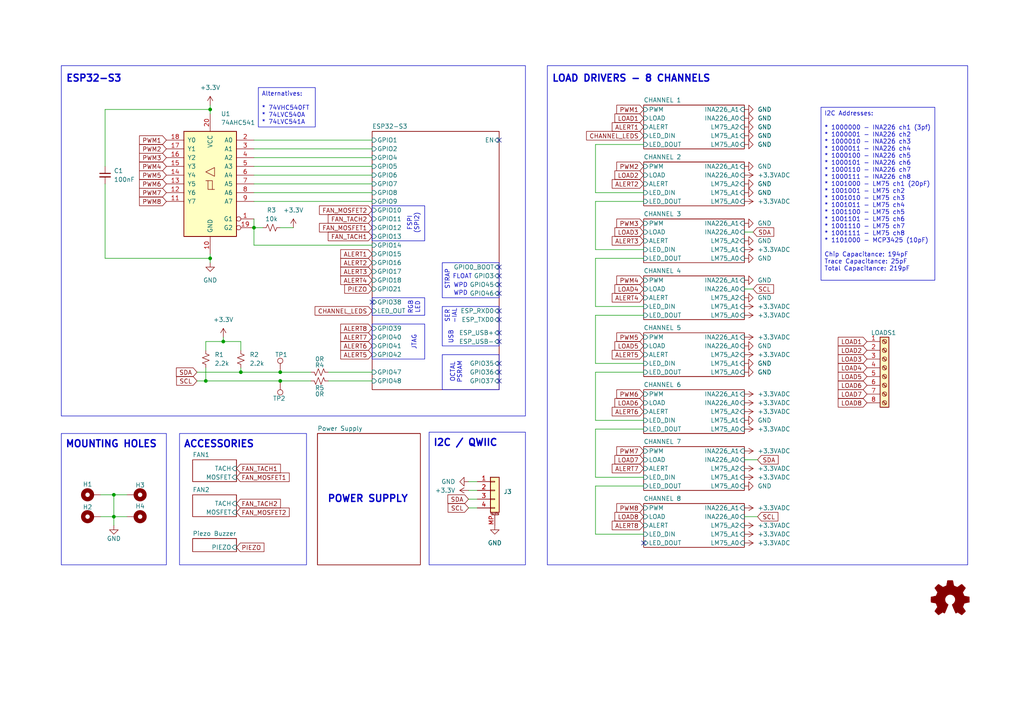
<source format=kicad_sch>
(kicad_sch (version 20250114) (generator "eeschema") (generator_version "9.0")
  (paper "A4")
  (title_block (title "FrothFET 8CH") (date "2024-08-21") (rev "F") (company "https://github.com/hoeken/frothfet"))
  (lib_symbols
    (symbol "74xx:74AHC541" (pin_names (offset 1.016))
      (property "Reference" "U" (at -7.62 16.51 0))
      (property "Value" "74AHC541" (at -7.62 -16.51 0))
      (symbol "74AHC541_1_0"
        (pin input line (at -12.7 12.7 0) (length 5.08) (name "A0") (number "2"))
        (pin input line (at -12.7 10.16 0) (length 5.08) (name "A1") (number "3"))
        (pin input line (at -12.7 7.62 0) (length 5.08) (name "A2") (number "4"))
        (pin input line (at -12.7 5.08 0) (length 5.08) (name "A3") (number "5"))
        (pin input line (at -12.7 2.54 0) (length 5.08) (name "A4") (number "6"))
        (pin input line (at -12.7 0 0) (length 5.08) (name "A5") (number "7"))
        (pin input line (at -12.7 -2.54 0) (length 5.08) (name "A6") (number "8"))
        (pin input line (at -12.7 -5.08 0) (length 5.08) (name "A7") (number "9"))
        (pin input inverted (at -12.7 -10.16 0) (length 5.08) (name "G1") (number "1"))
        (pin input inverted (at -12.7 -12.7 0) (length 5.08) (name "G2") (number "19"))
        (pin power_in line (at 0 20.32 270) (length 5.08) (name "VCC") (number "20"))
        (pin power_in line (at 0 -20.32 90) (length 5.08) (name "GND") (number "10"))
        (pin tri_state line (at 12.7 12.7 180) (length 5.08) (name "Y0") (number "18"))
        (pin tri_state line (at 12.7 10.16 180) (length 5.08) (name "Y1") (number "17"))
        (pin tri_state line (at 12.7 7.62 180) (length 5.08) (name "Y2") (number "16"))
        (pin tri_state line (at 12.7 5.08 180) (length 5.08) (name "Y3") (number "15"))
        (pin tri_state line (at 12.7 2.54 180) (length 5.08) (name "Y4") (number "14"))
        (pin tri_state line (at 12.7 0 180) (length 5.08) (name "Y5") (number "13"))
        (pin tri_state line (at 12.7 -2.54 180) (length 5.08) (name "Y6") (number "12"))
        (pin tri_state line (at 12.7 -5.08 180) (length 5.08) (name "Y7") (number "11"))
      )
    )
    (symbol "Connector:Screw_Terminal_01x08" (pin_names (offset 1.016) (hide yes))
      (property "Reference" "J" (at 0 10.16 0))
      (property "Value" "Screw_Terminal_01x08" (at 0 -12.7 0))
      (symbol "Screw_Terminal_01x08_1_1"
        (pin passive line (at -5.08 7.62 0) (length 3.81) (name "Pin_1") (number "1"))
        (pin passive line (at -5.08 5.08 0) (length 3.81) (name "Pin_2") (number "2"))
        (pin passive line (at -5.08 2.54 0) (length 3.81) (name "Pin_3") (number "3"))
        (pin passive line (at -5.08 0 0) (length 3.81) (name "Pin_4") (number "4"))
        (pin passive line (at -5.08 -2.54 0) (length 3.81) (name "Pin_5") (number "5"))
        (pin passive line (at -5.08 -5.08 0) (length 3.81) (name "Pin_6") (number "6"))
        (pin passive line (at -5.08 -7.62 0) (length 3.81) (name "Pin_7") (number "7"))
        (pin passive line (at -5.08 -10.16 0) (length 3.81) (name "Pin_8") (number "8"))
      )
    )
    (symbol "Connector:TestPoint" (pin_numbers (hide yes)) (pin_names (offset 0.762) (hide yes))
      (property "Reference" "TP" (at 0 6.858 0))
      (property "Value" "TestPoint" (at 0 5.08 0))
      (symbol "TestPoint_1_1"
        (pin passive line (at 0 0 90) (length 2.54) (name "1") (number "1"))
      )
    )
    (symbol "Connector_Generic_MountingPin:Conn_01x04_MountingPin" (pin_names (offset 1.016) (hide yes))
      (property "Reference" "J" (at 0 5.08 0))
      (property "Value" "Conn_01x04_MountingPin" (at 1.27 -7.62 0))
      (symbol "Conn_01x04_MountingPin_1_1"
        (text "Mounting" (at 0 -6.731 0) (effects (font (size 0.381 0.381))))
        (pin passive line (at -5.08 2.54 0) (length 3.81) (name "Pin_1") (number "1"))
        (pin passive line (at -5.08 0 0) (length 3.81) (name "Pin_2") (number "2"))
        (pin passive line (at -5.08 -2.54 0) (length 3.81) (name "Pin_3") (number "3"))
        (pin passive line (at -5.08 -5.08 0) (length 3.81) (name "Pin_4") (number "4"))
        (pin passive line (at 0 -10.16 90) (length 3.048) (name "MountPin") (number "MP"))
      )
    )
    (symbol "Device:C_Small" (pin_numbers (hide yes)) (pin_names (offset 0.254) (hide yes))
      (property "Reference" "C" (at 0.254 1.778 0))
      (property "Value" "C_Small" (at 0.254 -2.032 0))
      (symbol "C_Small_1_1"
        (pin passive line (at 0 2.54 270) (length 2.032) (name "~") (number "1"))
        (pin passive line (at 0 -2.54 90) (length 2.032) (name "~") (number "2"))
      )
    )
    (symbol "Device:R_Small_US" (pin_numbers (hide yes)) (pin_names (offset 0.254) (hide yes))
      (property "Reference" "R" (at 0.762 0.508 0))
      (property "Value" "R_Small_US" (at 0.762 -1.016 0))
      (symbol "R_Small_US_1_1"
        (pin passive line (at 0 2.54 270) (length 1.016) (name "~") (number "1"))
        (pin passive line (at 0 -2.54 90) (length 1.016) (name "~") (number "2"))
      )
    )
    (symbol "Graphic:Logo_Open_Hardware_Small" (in_bom no) (on_board no))
    (symbol "Mechanical:MountingHole_Pad" (pin_numbers (hide yes)) (pin_names (offset 1.016) (hide yes))
      (property "Reference" "H" (at 0 6.35 0))
      (property "Value" "MountingHole_Pad" (at 0 4.445 0))
      (symbol "MountingHole_Pad_1_1"
        (pin input line (at 0 -2.54 90) (length 2.54) (name "1") (number "1"))
      )
    )
    (symbol "power:+3.3V" (power) (pin_numbers (hide yes)) (pin_names (offset 0) (hide yes))
      (property "Value" "+3.3V" (at 0 3.556 0))
      (symbol "+3.3V_1_1"
        (pin power_in line (at 0 0 90) (length 0) (name "~") (number "1"))
      )
    )
    (symbol "power:+3.3VADC" (power) (pin_numbers (hide yes)) (pin_names (offset 0) (hide yes))
      (property "Value" "+3.3VADC" (at 0 3.556 0))
      (symbol "+3.3VADC_0_0"
        (pin power_in line (at 0 0 90) (length 0) (name "~") (number "1"))
      )
    )
    (symbol "power:GND" (power) (pin_numbers (hide yes)) (pin_names (offset 0) (hide yes))
      (property "Value" "GND" (at 0 -3.81 0))
      (symbol "GND_1_1"
        (pin power_in line (at 0 0 270) (length 0) (name "~") (number "1"))
      )
    )
  )
  (rectangle (start 128.27 76.2) (end 144.78 86.36))
  (rectangle (start 107.95 93.98) (end 123.19 104.14))
  (rectangle (start 128.27 102.87) (end 144.78 113.03))
  (rectangle (start 52.07 125.73) (end 88.9 163.83))
  (rectangle (start 128.27 88.9) (end 144.78 100.33))
  (rectangle (start 158.75 19.05) (end 280.67 163.83))
  (rectangle (start 17.78 19.05) (end 152.4 120.65))
  (rectangle (start 124.46 125.349) (end 152.4 163.83))
  (rectangle (start 17.78 125.73) (end 48.26 163.83))
  (rectangle (start 107.95 86.36) (end 123.19 91.44))
  (rectangle (start 107.95 59.69) (end 123.19 69.85))
  (text "STRAP" (at 129.794 81.026 90) (effects (font (size 1.27 1.27))))
  (text "LOAD DRIVERS - 8 CHANNELS" (at 160.02 22.86 0) (effects (font (size 2 2) (thickness 0.4) (bold yes)) (justify left)))
  (text "POWER SUPPLY" (at 106.68 144.78 0) (effects (font (size 2 2) (thickness 0.4) (bold yes))))
  (text "USB" (at 130.81 97.79 90) (effects (font (size 1.27 1.27))))
  (text "OCTAL\nPSRAM" (at 132.334 107.95 90) (effects (font (size 1.27 1.27))))
  (text "FSPI\n(SPI2)" (at 119.888 64.77 90) (effects (font (size 1.27 1.27))))
  (text "WPD" (at 133.604 85.09 0) (effects (font (size 1.27 1.27))))
  (text "MOUNTING HOLES" (at 18.923 128.905 0) (effects (font (size 2 2) (thickness 0.4) (bold yes)) (justify left)))
  (text "WPD" (at 133.604 82.804 0) (effects (font (size 1.27 1.27))))
  (text "ACCESSORIES" (at 53.213 128.905 0) (effects (font (size 2 2) (thickness 0.4) (bold yes)) (justify left)))
  (text "RGB\nLED" (at 120.142 89.154 90) (effects (font (size 1.27 1.27))))
  (text "FLOAT" (at 134.112 80.264 0) (effects (font (size 1.27 1.27))))
  (text "JTAG" (at 120.142 99.314 90) (effects (font (size 1.27 1.27))))
  (text "SER\n-IAL" (at 130.81 91.694 90) (effects (font (size 1.27 1.27))))
  (text "ESP32-S3\n" (at 19.05 22.86 0) (effects (font (size 2 2) (thickness 0.4) (bold yes)) (justify left)))
  (text "I2C / QWIIC" (at 125.603 128.524 0) (effects (font (size 2 2) (thickness 0.4) (bold yes)) (justify left)))
  (text_box "Alternatives:\n\n* 74VHC540FT\n* 74LVC540A\n* 74LVC541A" (at 74.93 25.4 0) (size 16.51 11.43) (margins 0.9525 0.9525 0.9525 0.9525) (effects (font (size 1.27 1.27)) (justify left top)))
  (text_box "I2C Addresses:\n\n* 1000000 - INA226 ch1 (3pf)\n* 1000001 - INA226 ch2\n* 1000010 - INA226 ch3\n* 1000011 - INA226 ch4\n* 1000100 - INA226 ch5\n* 1000101 - INA226 ch6\n* 1000110 - INA226 ch7\n* 1000111 - INA226 ch8\n* 1001000 - LM75 ch1 (20pF)\n* 1001001 - LM75 ch2\n* 1001010 - LM75 ch3\n* 1001011 - LM75 ch4\n* 1001100 - LM75 ch5\n* 1001101 - LM75 ch6\n* 1001110 - LM75 ch7\n* 1001111 - LM75 ch8\n* 1101000 - MCP3425 (10pF)\n\nChip Capacitance: 194pF\nTrace Capacitance: 25pF\nTotal Capacitance: 219pF" (at 238.125 31.115 0) (size 33.02 50.165) (margins 0.9525 0.9525 0.9525 0.9525) (effects (font (size 1.27 1.27)) (justify left top)))
  (junction (at 60.96 74.93))
  (junction (at 33.02 149.86))
  (junction (at 64.77 99.06))
  (junction (at 73.66 66.04))
  (junction (at 33.02 143.51))
  (junction (at 69.85 107.95))
  (junction (at 81.28 107.95))
  (junction (at 60.96 31.75))
  (junction (at 59.69 110.49))
  (junction (at 81.28 110.49))
  (no_connect (at 144.78 96.52))
  (no_connect (at 107.95 87.63))
  (no_connect (at 144.78 110.49))
  (no_connect (at 144.78 77.47))
  (no_connect (at 144.78 105.41))
  (no_connect (at 144.78 99.06))
  (no_connect (at 144.78 40.64))
  (no_connect (at 144.78 82.55))
  (no_connect (at 144.78 85.09))
  (no_connect (at 144.78 92.71))
  (no_connect (at 144.78 90.17))
  (no_connect (at 144.78 80.01))
  (no_connect (at 186.69 157.48))
  (no_connect (at 144.78 107.95))
  (wire (pts (xy 30.48 31.75) (xy 30.48 48.26)))
  (wire (pts (xy 59.69 106.68) (xy 59.69 110.49)))
  (wire (pts (xy 186.69 107.95) (xy 172.72 107.95)))
  (wire (pts (xy 64.77 97.79) (xy 64.77 99.06)))
  (wire (pts (xy 172.72 72.39) (xy 186.69 72.39)))
  (wire (pts (xy 172.72 88.9) (xy 186.69 88.9)))
  (wire (pts (xy 172.72 58.42) (xy 172.72 72.39)))
  (wire (pts (xy 33.02 149.86) (xy 36.83 149.86)))
  (wire (pts (xy 81.28 66.04) (xy 85.09 66.04)))
  (wire (pts (xy 33.02 143.51) (xy 33.02 149.86)))
  (wire (pts (xy 64.77 99.06) (xy 69.85 99.06)))
  (wire (pts (xy 73.66 48.26) (xy 107.95 48.26)))
  (wire (pts (xy 186.69 91.44) (xy 172.72 91.44)))
  (wire (pts (xy 186.69 41.91) (xy 172.72 41.91)))
  (wire (pts (xy 73.66 53.34) (xy 107.95 53.34)))
  (wire (pts (xy 186.69 58.42) (xy 172.72 58.42)))
  (wire (pts (xy 172.72 121.92) (xy 186.69 121.92)))
  (wire (pts (xy 138.43 139.7) (xy 135.89 139.7)))
  (wire (pts (xy 107.95 71.12) (xy 73.66 71.12)))
  (wire (pts (xy 59.69 99.06) (xy 64.77 99.06)))
  (wire (pts (xy 73.66 66.04) (xy 76.2 66.04)))
  (wire (pts (xy 29.21 143.51) (xy 33.02 143.51)))
  (wire (pts (xy 60.96 31.75) (xy 30.48 31.75)))
  (wire (pts (xy 73.66 50.8) (xy 107.95 50.8)))
  (wire (pts (xy 172.72 154.94) (xy 186.69 154.94)))
  (wire (pts (xy 73.66 58.42) (xy 107.95 58.42)))
  (wire (pts (xy 95.25 107.95) (xy 107.95 107.95)))
  (wire (pts (xy 33.02 143.51) (xy 36.83 143.51)))
  (wire (pts (xy 73.66 45.72) (xy 107.95 45.72)))
  (wire (pts (xy 69.85 99.06) (xy 69.85 101.6)))
  (wire (pts (xy 186.69 74.93) (xy 172.72 74.93)))
  (wire (pts (xy 172.72 107.95) (xy 172.72 121.92)))
  (wire (pts (xy 135.89 144.78) (xy 138.43 144.78)))
  (wire (pts (xy 33.02 149.86) (xy 33.02 152.4)))
  (wire (pts (xy 186.69 124.46) (xy 172.72 124.46)))
  (wire (pts (xy 186.69 140.97) (xy 172.72 140.97)))
  (wire (pts (xy 73.66 40.64) (xy 107.95 40.64)))
  (wire (pts (xy 73.66 63.5) (xy 73.66 66.04)))
  (wire (pts (xy 172.72 74.93) (xy 172.72 88.9)))
  (wire (pts (xy 57.15 110.49) (xy 59.69 110.49)))
  (wire (pts (xy 73.66 71.12) (xy 73.66 66.04)))
  (wire (pts (xy 69.85 107.95) (xy 81.28 107.95)))
  (wire (pts (xy 138.43 142.24) (xy 135.89 142.24)))
  (wire (pts (xy 59.69 99.06) (xy 59.69 101.6)))
  (wire (pts (xy 218.44 67.31) (xy 215.9 67.31)))
  (wire (pts (xy 81.28 107.95) (xy 90.17 107.95)))
  (wire (pts (xy 218.44 83.82) (xy 215.9 83.82)))
  (wire (pts (xy 172.72 55.88) (xy 186.69 55.88)))
  (wire (pts (xy 172.72 41.91) (xy 172.72 55.88)))
  (wire (pts (xy 172.72 138.43) (xy 186.69 138.43)))
  (wire (pts (xy 30.48 74.93) (xy 30.48 53.34)))
  (wire (pts (xy 29.21 149.86) (xy 33.02 149.86)))
  (wire (pts (xy 172.72 140.97) (xy 172.72 154.94)))
  (wire (pts (xy 172.72 105.41) (xy 186.69 105.41)))
  (wire (pts (xy 73.66 55.88) (xy 107.95 55.88)))
  (wire (pts (xy 219.71 149.86) (xy 215.9 149.86)))
  (wire (pts (xy 60.96 74.93) (xy 30.48 74.93)))
  (wire (pts (xy 60.96 31.75) (xy 60.96 33.02)))
  (wire (pts (xy 219.71 133.35) (xy 215.9 133.35)))
  (wire (pts (xy 73.66 43.18) (xy 107.95 43.18)))
  (wire (pts (xy 81.28 110.49) (xy 90.17 110.49)))
  (wire (pts (xy 60.96 74.93) (xy 60.96 73.66)))
  (wire (pts (xy 135.89 147.32) (xy 138.43 147.32)))
  (wire (pts (xy 172.72 124.46) (xy 172.72 138.43)))
  (wire (pts (xy 59.69 110.49) (xy 81.28 110.49)))
  (wire (pts (xy 172.72 91.44) (xy 172.72 105.41)))
  (wire (pts (xy 60.96 76.2) (xy 60.96 74.93)))
  (wire (pts (xy 57.15 107.95) (xy 69.85 107.95)))
  (wire (pts (xy 60.96 30.48) (xy 60.96 31.75)))
  (wire (pts (xy 69.85 106.68) (xy 69.85 107.95)))
  (wire (pts (xy 95.25 110.49) (xy 107.95 110.49)))
  (global_label "FAN_MOSFET2" (shape input) (at 107.95 60.96 180) (property "Intersheetrefs" "${INTERSHEET_REFS}" (effects (hide yes))))
  (global_label "LOAD1" (shape input) (at 251.46 99.06 180) (property "Intersheetrefs" "${INTERSHEET_REFS}" (effects (hide yes))))
  (global_label "PWM1" (shape input) (at 186.69 31.75 180) (property "Intersheetrefs" "${INTERSHEET_REFS}" (effects (hide yes))))
  (global_label "PWM6" (shape input) (at 48.26 53.34 180) (property "Intersheetrefs" "${INTERSHEET_REFS}" (effects (hide yes))))
  (global_label "LOAD8" (shape input) (at 251.46 116.84 180) (property "Intersheetrefs" "${INTERSHEET_REFS}" (effects (hide yes))))
  (global_label "ALERT5" (shape input) (at 186.69 102.87 180) (property "Intersheetrefs" "${INTERSHEET_REFS}" (effects (hide yes))))
  (global_label "PWM1" (shape input) (at 48.26 40.64 180) (property "Intersheetrefs" "${INTERSHEET_REFS}" (effects (hide yes))))
  (global_label "PWM5" (shape input) (at 48.26 50.8 180) (property "Intersheetrefs" "${INTERSHEET_REFS}" (effects (hide yes))))
  (global_label "PWM6" (shape input) (at 186.69 114.3 180) (property "Intersheetrefs" "${INTERSHEET_REFS}" (effects (hide yes))))
  (global_label "PWM8" (shape input) (at 48.26 58.42 180) (property "Intersheetrefs" "${INTERSHEET_REFS}" (effects (hide yes))))
  (global_label "ALERT1" (shape input) (at 186.69 36.83 180) (property "Intersheetrefs" "${INTERSHEET_REFS}" (effects (hide yes))))
  (global_label "ALERT5" (shape input) (at 107.95 102.87 180) (property "Intersheetrefs" "${INTERSHEET_REFS}" (effects (hide yes))))
  (global_label "SCL" (shape input) (at 57.15 110.49 180) (property "Intersheetrefs" "${INTERSHEET_REFS}" (effects (hide yes))))
  (global_label "PWM4" (shape input) (at 48.26 48.26 180) (property "Intersheetrefs" "${INTERSHEET_REFS}" (effects (hide yes))))
  (global_label "LOAD4" (shape input) (at 186.69 83.82 180) (property "Intersheetrefs" "${INTERSHEET_REFS}" (effects (hide yes))))
  (global_label "SDA" (shape input) (at 218.44 67.31 0) (property "Intersheetrefs" "${INTERSHEET_REFS}" (effects (hide yes))))
  (global_label "FAN_MOSFET1" (shape input) (at 68.58 138.43 0) (property "Intersheetrefs" "${INTERSHEET_REFS}" (effects (hide yes))))
  (global_label "CHANNEL_LEDS" (shape input) (at 186.69 39.37 180) (property "Intersheetrefs" "${INTERSHEET_REFS}" (effects (hide yes))))
  (global_label "LOAD7" (shape input) (at 251.46 114.3 180) (property "Intersheetrefs" "${INTERSHEET_REFS}" (effects (hide yes))))
  (global_label "PIEZO" (shape input) (at 68.58 158.75 0) (property "Intersheetrefs" "${INTERSHEET_REFS}" (effects (hide yes))))
  (global_label "ALERT4" (shape input) (at 186.69 86.36 180) (property "Intersheetrefs" "${INTERSHEET_REFS}" (effects (hide yes))))
  (global_label "FAN_TACH2" (shape input) (at 107.95 63.5 180) (property "Intersheetrefs" "${INTERSHEET_REFS}" (effects (hide yes))))
  (global_label "FAN_MOSFET1" (shape input) (at 107.95 66.04 180) (property "Intersheetrefs" "${INTERSHEET_REFS}" (effects (hide yes))))
  (global_label "SCL" (shape input) (at 219.71 149.86 0) (property "Intersheetrefs" "${INTERSHEET_REFS}" (effects (hide yes))))
  (global_label "LOAD2" (shape input) (at 186.69 50.8 180) (property "Intersheetrefs" "${INTERSHEET_REFS}" (effects (hide yes))))
  (global_label "PWM7" (shape input) (at 186.69 130.81 180) (property "Intersheetrefs" "${INTERSHEET_REFS}" (effects (hide yes))))
  (global_label "ALERT6" (shape input) (at 186.69 119.38 180) (property "Intersheetrefs" "${INTERSHEET_REFS}" (effects (hide yes))))
  (global_label "FAN_TACH2" (shape input) (at 68.58 146.05 0) (property "Intersheetrefs" "${INTERSHEET_REFS}" (effects (hide yes))))
  (global_label "LOAD2" (shape input) (at 251.46 101.6 180) (property "Intersheetrefs" "${INTERSHEET_REFS}" (effects (hide yes))))
  (global_label "SDA" (shape input) (at 135.89 144.78 180) (property "Intersheetrefs" "${INTERSHEET_REFS}" (effects (hide yes))))
  (global_label "LOAD1" (shape input) (at 186.69 34.29 180) (property "Intersheetrefs" "${INTERSHEET_REFS}" (effects (hide yes))))
  (global_label "ALERT2" (shape input) (at 107.95 76.2 180) (property "Intersheetrefs" "${INTERSHEET_REFS}" (effects (hide yes))))
  (global_label "PWM3" (shape input) (at 186.69 64.77 180) (property "Intersheetrefs" "${INTERSHEET_REFS}" (effects (hide yes))))
  (global_label "ALERT6" (shape input) (at 107.95 100.33 180) (property "Intersheetrefs" "${INTERSHEET_REFS}" (effects (hide yes))))
  (global_label "ALERT2" (shape input) (at 186.69 53.34 180) (property "Intersheetrefs" "${INTERSHEET_REFS}" (effects (hide yes))))
  (global_label "PWM7" (shape input) (at 48.26 55.88 180) (property "Intersheetrefs" "${INTERSHEET_REFS}" (effects (hide yes))))
  (global_label "PIEZO" (shape input) (at 107.95 83.82 180) (property "Intersheetrefs" "${INTERSHEET_REFS}" (effects (hide yes))))
  (global_label "CHANNEL_LEDS" (shape input) (at 107.95 90.17 180) (property "Intersheetrefs" "${INTERSHEET_REFS}" (effects (hide yes))))
  (global_label "LOAD5" (shape input) (at 186.69 100.33 180) (property "Intersheetrefs" "${INTERSHEET_REFS}" (effects (hide yes))))
  (global_label "LOAD6" (shape input) (at 186.69 116.84 180) (property "Intersheetrefs" "${INTERSHEET_REFS}" (effects (hide yes))))
  (global_label "ALERT3" (shape input) (at 186.69 69.85 180) (property "Intersheetrefs" "${INTERSHEET_REFS}" (effects (hide yes))))
  (global_label "FAN_TACH1" (shape input) (at 68.58 135.89 0) (property "Intersheetrefs" "${INTERSHEET_REFS}" (effects (hide yes))))
  (global_label "SCL" (shape input) (at 135.89 147.32 180) (property "Intersheetrefs" "${INTERSHEET_REFS}" (effects (hide yes))))
  (global_label "FAN_TACH1" (shape input) (at 107.95 68.58 180) (property "Intersheetrefs" "${INTERSHEET_REFS}" (effects (hide yes))))
  (global_label "LOAD8" (shape input) (at 186.69 149.86 180) (property "Intersheetrefs" "${INTERSHEET_REFS}" (effects (hide yes))))
  (global_label "SDA" (shape input) (at 219.71 133.35 0) (property "Intersheetrefs" "${INTERSHEET_REFS}" (effects (hide yes))))
  (global_label "LOAD7" (shape input) (at 186.69 133.35 180) (property "Intersheetrefs" "${INTERSHEET_REFS}" (effects (hide yes))))
  (global_label "PWM2" (shape input) (at 186.69 48.26 180) (property "Intersheetrefs" "${INTERSHEET_REFS}" (effects (hide yes))))
  (global_label "PWM2" (shape input) (at 48.26 43.18 180) (property "Intersheetrefs" "${INTERSHEET_REFS}" (effects (hide yes))))
  (global_label "FAN_MOSFET2" (shape input) (at 68.58 148.59 0) (property "Intersheetrefs" "${INTERSHEET_REFS}" (effects (hide yes))))
  (global_label "PWM3" (shape input) (at 48.26 45.72 180) (property "Intersheetrefs" "${INTERSHEET_REFS}" (effects (hide yes))))
  (global_label "LOAD6" (shape input) (at 251.46 111.76 180) (property "Intersheetrefs" "${INTERSHEET_REFS}" (effects (hide yes))))
  (global_label "ALERT7" (shape input) (at 107.95 97.79 180) (property "Intersheetrefs" "${INTERSHEET_REFS}" (effects (hide yes))))
  (global_label "PWM4" (shape input) (at 186.69 81.28 180) (property "Intersheetrefs" "${INTERSHEET_REFS}" (effects (hide yes))))
  (global_label "SCL" (shape input) (at 218.44 83.82 0) (property "Intersheetrefs" "${INTERSHEET_REFS}" (effects (hide yes))))
  (global_label "LOAD3" (shape input) (at 186.69 67.31 180) (property "Intersheetrefs" "${INTERSHEET_REFS}" (effects (hide yes))))
  (global_label "ALERT7" (shape input) (at 186.69 135.89 180) (property "Intersheetrefs" "${INTERSHEET_REFS}" (effects (hide yes))))
  (global_label "ALERT8" (shape input) (at 107.95 95.25 180) (property "Intersheetrefs" "${INTERSHEET_REFS}" (effects (hide yes))))
  (global_label "LOAD4" (shape input) (at 251.46 106.68 180) (property "Intersheetrefs" "${INTERSHEET_REFS}" (effects (hide yes))))
  (global_label "ALERT4" (shape input) (at 107.95 81.28 180) (property "Intersheetrefs" "${INTERSHEET_REFS}" (effects (hide yes))))
  (global_label "ALERT3" (shape input) (at 107.95 78.74 180) (property "Intersheetrefs" "${INTERSHEET_REFS}" (effects (hide yes))))
  (global_label "ALERT8" (shape input) (at 186.69 152.4 180) (property "Intersheetrefs" "${INTERSHEET_REFS}" (effects (hide yes))))
  (global_label "LOAD5" (shape input) (at 251.46 109.22 180) (property "Intersheetrefs" "${INTERSHEET_REFS}" (effects (hide yes))))
  (global_label "LOAD3" (shape input) (at 251.46 104.14 180) (property "Intersheetrefs" "${INTERSHEET_REFS}" (effects (hide yes))))
  (global_label "PWM5" (shape input) (at 186.69 97.79 180) (property "Intersheetrefs" "${INTERSHEET_REFS}" (effects (hide yes))))
  (global_label "PWM8" (shape input) (at 186.69 147.32 180) (property "Intersheetrefs" "${INTERSHEET_REFS}" (effects (hide yes))))
  (global_label "SDA" (shape input) (at 57.15 107.95 180) (property "Intersheetrefs" "${INTERSHEET_REFS}" (effects (hide yes))))
  (global_label "ALERT1" (shape input) (at 107.95 73.66 180) (property "Intersheetrefs" "${INTERSHEET_REFS}" (effects (hide yes))))
  (symbol (lib_id "power:+3.3VADC") (at 215.9 152.4 270) (unit 1)
    (property "Reference" "#PWR046" (effects (hide yes)))
    (property "Value" "+3.3VADC" (at 219.71 152.3999 90) (effects (justify left)))
    (property "Description" "Power symbol creates a global label with name \"+3.3VADC\"" (effects (hide yes)))
  )
  (symbol (lib_id "power:GND") (at 143.51 152.4 0) (unit 1)
    (property "Reference" "#PWR012" (effects (hide yes)))
    (property "Value" "GND" (at 143.51 157.48 0))
    (property "Description" "Power symbol creates a global label with name \"GND\" , ground" (effects (hide yes)))
  )
  (symbol (lib_id "74xx:74AHC541") (at 60.96 53.34 0) (mirror y) (unit 1)
    (property "Reference" "U1" (at 64.0781 33.02 0) (effects (justify right)))
    (property "Value" "74AHC541" (at 64.0781 35.56 0) (effects (justify right)))
    (property "Footprint" "Package_SO:TSSOP-20_4.4x6.5mm_P0.65mm" (effects (hide yes)))
    (property "Datasheet" "https://www.ti.com/lit/ds/symlink/sn74ahc541.pdf" (effects (hide yes)))
    (property "Description" "8-bit Buffer/Line Driver 3-state outputs" (effects (hide yes)))
    (property "LCSC" "C282411" (effects (hide yes)))
  )
  (symbol (lib_id "Device:R_Small_US") (at 59.69 104.14 180) (unit 1)
    (property "Reference" "R1" (at 62.23 102.87 0) (effects (justify right)))
    (property "Value" "2.2k" (at 62.23 105.41 0) (effects (justify right)))
    (property "Footprint" "Resistor_SMD:R_0603_1608Metric" (effects (hide yes)))
  )
  (symbol (lib_id "power:+3.3VADC") (at 215.9 130.81 270) (unit 1)
    (property "Reference" "#PWR041" (effects (hide yes)))
    (property "Value" "+3.3VADC" (at 219.71 130.8099 90) (effects (justify left)))
    (property "Description" "Power symbol creates a global label with name \"+3.3VADC\"" (effects (hide yes)))
  )
  (symbol (lib_id "power:+3.3VADC") (at 215.9 147.32 270) (unit 1)
    (property "Reference" "#PWR045" (effects (hide yes)))
    (property "Value" "+3.3VADC" (at 219.71 147.3199 90) (effects (justify left)))
    (property "Description" "Power symbol creates a global label with name \"+3.3VADC\"" (effects (hide yes)))
  )
  (symbol (lib_id "power:+3.3VADC") (at 215.9 119.38 270) (unit 1)
    (property "Reference" "#PWR038" (effects (hide yes)))
    (property "Value" "+3.3VADC" (at 219.71 119.3799 90) (effects (justify left)))
    (property "Description" "Power symbol creates a global label with name \"+3.3VADC\"" (effects (hide yes)))
  )
  (symbol (lib_id "power:+3.3VADC") (at 215.9 58.42 270) (unit 1)
    (property "Reference" "#PWR022" (effects (hide yes)))
    (property "Value" "+3.3VADC" (at 219.71 58.4199 90) (effects (justify left)))
    (property "Description" "Power symbol creates a global label with name \"+3.3VADC\"" (effects (hide yes)))
  )
  (symbol (lib_id "power:GND") (at 215.9 121.92 90) (unit 1)
    (property "Reference" "#PWR039" (effects (hide yes)))
    (property "Value" "GND" (at 219.71 121.9199 90) (effects (justify right)))
    (property "Description" "Power symbol creates a global label with name \"GND\" , ground" (effects (hide yes)))
  )
  (symbol (lib_id "power:GND") (at 215.9 41.91 90) (unit 1)
    (property "Reference" "#PWR017" (effects (hide yes)))
    (property "Value" "GND" (at 219.71 41.9099 90) (effects (justify right)))
    (property "Description" "Power symbol creates a global label with name \"GND\" , ground" (effects (hide yes)))
  )
  (symbol (lib_id "Connector:Screw_Terminal_01x08") (at 256.54 106.68 0) (unit 1)
    (property "Reference" "LOADS1" (at 256.286 96.52 0))
    (property "Value" "Screw_Terminal_01x08" (effects (hide yes)))
    (property "Footprint" "yarrboard:KF78S-13.0-8P" (effects (hide yes)))
    (property "Description" "Generic screw terminal, single row, 01x08, script generated (kicad-library-utils/schlib/autogen/connector/)" (effects (hide yes)))
    (property "LCSC" "C964541" (effects (hide yes)))
  )
  (symbol (lib_id "Mechanical:MountingHole_Pad") (at 26.67 149.86 90) (unit 1) (in_bom no)
    (property "Reference" "H2" (at 25.4 147.066 90))
    (property "Footprint" "yarrboard:SMTSO30XXX" (effects (hide yes)))
  )
  (symbol (lib_id "Device:C_Small") (at 30.48 50.8 0) (unit 1)
    (property "Reference" "C1" (at 33.02 49.5363 0) (effects (justify left)))
    (property "Value" "100nF" (at 33.02 52.0763 0) (effects (justify left)))
    (property "Footprint" "Capacitor_SMD:C_0603_1608Metric" (effects (hide yes)))
  )
  (symbol (lib_id "power:GND") (at 60.96 76.2 0) (unit 1)
    (property "Reference" "#PWR05" (effects (hide yes)))
    (property "Value" "GND" (at 60.96 81.28 0))
    (property "Description" "Power symbol creates a global label with name \"GND\" , ground" (effects (hide yes)))
  )
  (symbol (lib_id "power:GND") (at 215.9 140.97 90) (unit 1)
    (property "Reference" "#PWR044" (effects (hide yes)))
    (property "Value" "GND" (at 219.71 140.9699 90) (effects (justify right)))
    (property "Description" "Power symbol creates a global label with name \"GND\" , ground" (effects (hide yes)))
  )
  (symbol (lib_id "power:GND") (at 215.9 53.34 90) (unit 1)
    (property "Reference" "#PWR020" (effects (hide yes)))
    (property "Value" "GND" (at 219.71 53.3399 90) (effects (justify right)))
    (property "Description" "Power symbol creates a global label with name \"GND\" , ground" (effects (hide yes)))
  )
  (symbol (lib_id "Connector_Generic_MountingPin:Conn_01x04_MountingPin") (at 143.51 142.24 0) (unit 1)
    (property "Reference" "J3" (at 146.05 142.5955 0) (effects (justify left)))
    (property "Value" "Conn_01x04_MountingPin" (effects (hide yes)))
    (property "Footprint" "yarrboard:JST_SH_BM04B-SRSS-TB_1x04-1MP_P1.00mm_Vertical" (effects (hide yes)))
    (property "Description" "Generic connectable mounting pin connector, single row, 01x04, script generated (kicad-library-utils/schlib/autogen/connector/)" (effects (hide yes)))
    (property "LCSC" "C160390" (effects (hide yes)))
  )
  (symbol (lib_id "power:+3.3VADC") (at 215.9 135.89 270) (unit 1)
    (property "Reference" "#PWR042" (effects (hide yes)))
    (property "Value" "+3.3VADC" (at 219.71 135.8899 90) (effects (justify left)))
    (property "Description" "Power symbol creates a global label with name \"+3.3VADC\"" (effects (hide yes)))
  )
  (symbol (lib_id "power:+3.3V") (at 64.77 97.79 0) (mirror y) (unit 1)
    (property "Reference" "#PWR06" (effects (hide yes)))
    (property "Value" "+3.3V" (at 64.77 92.71 0))
    (property "Description" "Power symbol creates a global label with name \"+3.3V\"" (effects (hide yes)))
  )
  (symbol (lib_id "Connector:TestPoint") (at 81.28 110.49 180) (unit 1) (in_bom no)
    (property "Reference" "TP2" (at 82.804 115.57 0) (effects (justify left)))
    (property "Footprint" "TestPoint:TestPoint_THTPad_D1.5mm_Drill0.7mm" (effects (hide yes)))
    (property "Description" "test point" (effects (hide yes)))
  )
  (symbol (lib_id "power:+3.3VADC") (at 215.9 138.43 270) (unit 1)
    (property "Reference" "#PWR043" (effects (hide yes)))
    (property "Value" "+3.3VADC" (at 219.71 138.4299 90) (effects (justify left)))
    (property "Description" "Power symbol creates a global label with name \"+3.3VADC\"" (effects (hide yes)))
  )
  (symbol (lib_id "power:+3.3VADC") (at 215.9 116.84 270) (unit 1)
    (property "Reference" "#PWR037" (effects (hide yes)))
    (property "Value" "+3.3VADC" (at 219.71 116.8399 90) (effects (justify left)))
    (property "Description" "Power symbol creates a global label with name \"+3.3VADC\"" (effects (hide yes)))
  )
  (symbol (lib_id "power:GND") (at 215.9 86.36 90) (unit 1)
    (property "Reference" "#PWR028" (effects (hide yes)))
    (property "Value" "GND" (at 219.71 86.3599 90) (effects (justify right)))
    (property "Description" "Power symbol creates a global label with name \"GND\" , ground" (effects (hide yes)))
  )
  (symbol (lib_id "power:+3.3VADC") (at 215.9 88.9 270) (unit 1)
    (property "Reference" "#PWR029" (effects (hide yes)))
    (property "Value" "+3.3VADC" (at 219.71 88.8999 90) (effects (justify left)))
    (property "Description" "Power symbol creates a global label with name \"+3.3VADC\"" (effects (hide yes)))
  )
  (symbol (lib_id "power:GND") (at 215.9 69.85 90) (unit 1)
    (property "Reference" "#PWR024" (effects (hide yes)))
    (property "Value" "GND" (at 219.71 69.8499 90) (effects (justify right)))
    (property "Description" "Power symbol creates a global label with name \"GND\" , ground" (effects (hide yes)))
  )
  (symbol (lib_id "power:+3.3VADC") (at 215.9 154.94 270) (unit 1)
    (property "Reference" "#PWR047" (effects (hide yes)))
    (property "Value" "+3.3VADC" (at 219.71 154.9399 90) (effects (justify left)))
    (property "Description" "Power symbol creates a global label with name \"+3.3VADC\"" (effects (hide yes)))
  )
  (symbol (lib_id "Connector:TestPoint") (at 81.28 107.95 0) (unit 1) (in_bom no)
    (property "Reference" "TP1" (at 79.756 102.87 0) (effects (justify left)))
    (property "Footprint" "TestPoint:TestPoint_THTPad_D1.5mm_Drill0.7mm" (effects (hide yes)))
    (property "Description" "test point" (effects (hide yes)))
  )
  (symbol (lib_id "power:+3.3VADC") (at 215.9 72.39 270) (unit 1)
    (property "Reference" "#PWR025" (effects (hide yes)))
    (property "Value" "+3.3VADC" (at 219.71 72.3899 90) (effects (justify left)))
    (property "Description" "Power symbol creates a global label with name \"+3.3VADC\"" (effects (hide yes)))
  )
  (symbol (lib_id "power:GND") (at 215.9 74.93 90) (unit 1)
    (property "Reference" "#PWR026" (effects (hide yes)))
    (property "Value" "GND" (at 219.71 74.9299 90) (effects (justify right)))
    (property "Description" "Power symbol creates a global label with name \"GND\" , ground" (effects (hide yes)))
  )
  (symbol (lib_id "Device:R_Small_US") (at 69.85 104.14 180) (unit 1)
    (property "Reference" "R2" (at 72.39 102.87 0) (effects (justify right)))
    (property "Value" "2.2k" (at 72.39 105.41 0) (effects (justify right)))
    (property "Footprint" "Resistor_SMD:R_0603_1608Metric" (effects (hide yes)))
  )
  (symbol (lib_id "power:+3.3VADC") (at 215.9 97.79 270) (unit 1)
    (property "Reference" "#PWR031" (effects (hide yes)))
    (property "Value" "+3.3VADC" (at 219.71 97.7899 90) (effects (justify left)))
    (property "Description" "Power symbol creates a global label with name \"+3.3VADC\"" (effects (hide yes)))
  )
  (symbol (lib_id "power:GND") (at 215.9 81.28 90) (unit 1)
    (property "Reference" "#PWR027" (effects (hide yes)))
    (property "Value" "GND" (at 219.71 81.2799 90) (effects (justify right)))
    (property "Description" "Power symbol creates a global label with name \"GND\" , ground" (effects (hide yes)))
  )
  (symbol (lib_id "power:GND") (at 215.9 36.83 90) (unit 1)
    (property "Reference" "#PWR015" (effects (hide yes)))
    (property "Value" "GND" (at 219.71 36.8299 90) (effects (justify right)))
    (property "Description" "Power symbol creates a global label with name \"GND\" , ground" (effects (hide yes)))
  )
  (symbol (lib_id "power:GND") (at 215.9 105.41 90) (unit 1)
    (property "Reference" "#PWR034" (effects (hide yes)))
    (property "Value" "GND" (at 219.71 105.4099 90) (effects (justify right)))
    (property "Description" "Power symbol creates a global label with name \"GND\" , ground" (effects (hide yes)))
  )
  (symbol (lib_id "Mechanical:MountingHole_Pad") (at 39.37 149.86 270) (mirror x) (unit 1) (in_bom no)
    (property "Reference" "H4" (at 40.64 146.812 90))
    (property "Footprint" "yarrboard:SMTSO30XXX" (effects (hide yes)))
  )
  (symbol (lib_id "Graphic:Logo_Open_Hardware_Small") (at 275.59 173.99 0) (unit 1) (in_bom no)
    (property "Reference" "LOGO1" (effects (hide yes)))
    (property "Value" "Logo_Open_Hardware_Small" (effects (hide yes)))
    (property "Footprint" "Symbol:OSHW-Logo2_7.3x6mm_SilkScreen" (effects (hide yes)))
    (property "Description" "Open Hardware logo, small" (effects (hide yes)))
  )
  (symbol (lib_id "power:+3.3V") (at 60.96 30.48 0) (unit 1)
    (property "Reference" "#PWR04" (effects (hide yes)))
    (property "Value" "+3.3V" (at 60.96 25.4 0))
    (property "Description" "Power symbol creates a global label with name \"+3.3V\"" (effects (hide yes)))
  )
  (symbol (lib_id "power:+3.3VADC") (at 215.9 102.87 270) (unit 1)
    (property "Reference" "#PWR033" (effects (hide yes)))
    (property "Value" "+3.3VADC" (at 219.71 102.8699 90) (effects (justify left)))
    (property "Description" "Power symbol creates a global label with name \"+3.3VADC\"" (effects (hide yes)))
  )
  (symbol (lib_id "power:+3.3VADC") (at 215.9 157.48 270) (unit 1)
    (property "Reference" "#PWR048" (effects (hide yes)))
    (property "Value" "+3.3VADC" (at 219.71 157.4799 90) (effects (justify left)))
    (property "Description" "Power symbol creates a global label with name \"+3.3VADC\"" (effects (hide yes)))
  )
  (symbol (lib_id "power:GND") (at 215.9 34.29 90) (unit 1)
    (property "Reference" "#PWR014" (effects (hide yes)))
    (property "Value" "GND" (at 219.71 34.2899 90) (effects (justify right)))
    (property "Description" "Power symbol creates a global label with name \"GND\" , ground" (effects (hide yes)))
  )
  (symbol (lib_id "power:+3.3VADC") (at 215.9 124.46 270) (unit 1)
    (property "Reference" "#PWR040" (effects (hide yes)))
    (property "Value" "+3.3VADC" (at 219.71 124.4599 90) (effects (justify left)))
    (property "Description" "Power symbol creates a global label with name \"+3.3VADC\"" (effects (hide yes)))
  )
  (symbol (lib_id "power:GND") (at 135.89 139.7 270) (unit 1)
    (property "Reference" "#PWR010" (effects (hide yes)))
    (property "Value" "GND" (at 132.08 139.6999 90) (effects (justify right)))
    (property "Description" "Power symbol creates a global label with name \"GND\" , ground" (effects (hide yes)))
  )
  (symbol (lib_id "power:GND") (at 215.9 100.33 90) (unit 1)
    (property "Reference" "#PWR032" (effects (hide yes)))
    (property "Value" "GND" (at 219.71 100.3299 90) (effects (justify right)))
    (property "Description" "Power symbol creates a global label with name \"GND\" , ground" (effects (hide yes)))
  )
  (symbol (lib_id "Mechanical:MountingHole_Pad") (at 26.67 143.51 90) (unit 1) (in_bom no)
    (property "Reference" "H1" (at 25.4 140.462 90))
    (property "Footprint" "yarrboard:SMTSO30XXX" (effects (hide yes)))
  )
  (symbol (lib_id "Device:R_Small_US") (at 92.71 110.49 90) (mirror x) (unit 1)
    (property "Reference" "R5" (at 92.71 112.522 90))
    (property "Value" "0R" (at 92.71 114.3 90))
    (property "Footprint" "Resistor_SMD:R_0603_1608Metric" (effects (hide yes)))
  )
  (symbol (lib_id "power:GND") (at 33.02 152.4 0) (unit 1)
    (property "Reference" "#PWR01" (effects (hide yes)))
    (property "Value" "GND" (at 33.02 156.21 0))
    (property "Description" "Power symbol creates a global label with name \"GND\" , ground" (effects (hide yes)))
  )
  (symbol (lib_id "power:GND") (at 215.9 107.95 90) (unit 1)
    (property "Reference" "#PWR035" (effects (hide yes)))
    (property "Value" "GND" (at 219.71 107.9499 90) (effects (justify right)))
    (property "Description" "Power symbol creates a global label with name \"GND\" , ground" (effects (hide yes)))
  )
  (symbol (lib_id "power:+3.3V") (at 85.09 66.04 0) (unit 1)
    (property "Reference" "#PWR09" (effects (hide yes)))
    (property "Value" "+3.3V" (at 85.09 60.96 0))
    (property "Description" "Power symbol creates a global label with name \"+3.3V\"" (effects (hide yes)))
  )
  (symbol (lib_id "Mechanical:MountingHole_Pad") (at 39.37 143.51 270) (mirror x) (unit 1) (in_bom no)
    (property "Reference" "H3" (at 40.64 140.716 90))
    (property "Footprint" "yarrboard:SMTSO30XXX" (effects (hide yes)))
  )
  (symbol (lib_id "power:+3.3V") (at 135.89 142.24 90) (unit 1)
    (property "Reference" "#PWR011" (effects (hide yes)))
    (property "Value" "+3.3V" (at 132.08 142.2399 90) (effects (justify left)))
    (property "Description" "Power symbol creates a global label with name \"+3.3V\"" (effects (hide yes)))
  )
  (symbol (lib_id "power:+3.3VADC") (at 215.9 114.3 270) (unit 1)
    (property "Reference" "#PWR036" (effects (hide yes)))
    (property "Value" "+3.3VADC" (at 219.71 114.2999 90) (effects (justify left)))
    (property "Description" "Power symbol creates a global label with name \"+3.3VADC\"" (effects (hide yes)))
  )
  (symbol (lib_id "Device:R_Small_US") (at 78.74 66.04 270) (unit 1)
    (property "Reference" "R3" (at 78.74 60.96 90))
    (property "Value" "10k" (at 78.74 63.5 90))
    (property "Footprint" "Resistor_SMD:R_0603_1608Metric" (effects (hide yes)))
  )
  (symbol (lib_id "Device:R_Small_US") (at 92.71 107.95 270) (mirror x) (unit 1)
    (property "Reference" "R4" (at 92.71 105.918 90))
    (property "Value" "0R" (at 92.71 104.14 90))
    (property "Footprint" "Resistor_SMD:R_0603_1608Metric" (effects (hide yes)))
  )
  (symbol (lib_id "power:GND") (at 215.9 64.77 90) (unit 1)
    (property "Reference" "#PWR023" (effects (hide yes)))
    (property "Value" "GND" (at 219.71 64.7699 90) (effects (justify right)))
    (property "Description" "Power symbol creates a global label with name \"GND\" , ground" (effects (hide yes)))
  )
  (symbol (lib_id "power:GND") (at 215.9 48.26 90) (unit 1)
    (property "Reference" "#PWR018" (effects (hide yes)))
    (property "Value" "GND" (at 219.71 48.2599 90) (effects (justify right)))
    (property "Description" "Power symbol creates a global label with name \"GND\" , ground" (effects (hide yes)))
  )
  (symbol (lib_id "power:+3.3VADC") (at 215.9 91.44 270) (unit 1)
    (property "Reference" "#PWR030" (effects (hide yes)))
    (property "Value" "+3.3VADC" (at 219.71 91.4399 90) (effects (justify left)))
    (property "Description" "Power symbol creates a global label with name \"+3.3VADC\"" (effects (hide yes)))
  )
  (symbol (lib_id "power:GND") (at 215.9 55.88 90) (unit 1)
    (property "Reference" "#PWR021" (effects (hide yes)))
    (property "Value" "GND" (at 219.71 55.8799 90) (effects (justify right)))
    (property "Description" "Power symbol creates a global label with name \"GND\" , ground" (effects (hide yes)))
  )
  (symbol (lib_id "power:GND") (at 215.9 39.37 90) (unit 1)
    (property "Reference" "#PWR016" (effects (hide yes)))
    (property "Value" "GND" (at 219.71 39.3699 90) (effects (justify right)))
    (property "Description" "Power symbol creates a global label with name \"GND\" , ground" (effects (hide yes)))
  )
  (symbol (lib_id "power:+3.3VADC") (at 215.9 50.8 270) (unit 1)
    (property "Reference" "#PWR019" (effects (hide yes)))
    (property "Value" "+3.3VADC" (at 219.71 50.7999 90) (effects (justify left)))
    (property "Description" "Power symbol creates a global label with name \"+3.3VADC\"" (effects (hide yes)))
  )
  (symbol (lib_id "power:GND") (at 215.9 31.75 90) (unit 1)
    (property "Reference" "#PWR013" (effects (hide yes)))
    (property "Value" "GND" (at 219.71 31.7499 90) (effects (justify right)))
    (property "Description" "Power symbol creates a global label with name \"GND\" , ground" (effects (hide yes)))
  )
  (sheet (at 55.88 143.51) (size 12.7 6.35) (stroke (width 0.1524))
    (property "Sheetname" "FAN2" (at 55.88 142.7984 0) (effects (justify left bottom)))
    (property "Sheetfile" "pwm fan.kicad_sch" (effects (hide yes)))
    (pin "MOSFET" input (at 68.58 148.59 0))
    (pin "TACH" input (at 68.58 146.05 0))
  )
  (sheet (at 186.69 30.48) (size 29.21 12.7) (stroke (width 0.1524))
    (property "Sheetname" "CHANNEL 1" (at 186.69 29.7684 0) (effects (justify left bottom)))
    (property "Sheetfile" "mosfet.kicad_sch" (effects (hide yes)))
    (pin "PWM" input (at 186.69 31.75 180))
    (pin "LED_DIN" input (at 186.69 39.37 180))
    (pin "LED_DOUT" input (at 186.69 41.91 180))
    (pin "INA226_A1" input (at 215.9 31.75 0))
    (pin "INA226_A0" input (at 215.9 34.29 0))
    (pin "LM75_A0" input (at 215.9 41.91 0))
    (pin "LM75_A1" input (at 215.9 39.37 0))
    (pin "LM75_A2" input (at 215.9 36.83 0))
    (pin "LOAD" input (at 186.69 34.29 180))
    (pin "ALERT" input (at 186.69 36.83 180))
  )
  (sheet (at 55.88 156.21) (size 12.7 3.81) (stroke (width 0.1524))
    (property "Sheetname" "Piezo Buzzer" (at 55.88 155.4984 0) (effects (justify left bottom)))
    (property "Sheetfile" "piezo.kicad_sch" (effects (hide yes)))
    (pin "PIEZO" input (at 68.58 158.75 0))
  )
  (sheet (at 186.69 63.5) (size 29.21 12.7) (stroke (width 0.1524))
    (property "Sheetname" "CHANNEL 3" (at 186.69 62.7884 0) (effects (justify left bottom)))
    (property "Sheetfile" "mosfet.kicad_sch" (effects (hide yes)))
    (pin "PWM" input (at 186.69 64.77 180))
    (pin "LED_DIN" input (at 186.69 72.39 180))
    (pin "LED_DOUT" input (at 186.69 74.93 180))
    (pin "INA226_A1" input (at 215.9 64.77 0))
    (pin "INA226_A0" input (at 215.9 67.31 0))
    (pin "LM75_A0" input (at 215.9 74.93 0))
    (pin "LM75_A1" input (at 215.9 72.39 0))
    (pin "LM75_A2" input (at 215.9 69.85 0))
    (pin "LOAD" input (at 186.69 67.31 180))
    (pin "ALERT" input (at 186.69 69.85 180))
  )
  (sheet (at 186.69 113.03) (size 29.21 12.7) (stroke (width 0.1524))
    (property "Sheetname" "CHANNEL 6" (at 186.69 112.3184 0) (effects (justify left bottom)))
    (property "Sheetfile" "mosfet.kicad_sch" (effects (hide yes)))
    (pin "PWM" input (at 186.69 114.3 180))
    (pin "LED_DIN" input (at 186.69 121.92 180))
    (pin "LED_DOUT" input (at 186.69 124.46 180))
    (pin "INA226_A1" input (at 215.9 114.3 0))
    (pin "INA226_A0" input (at 215.9 116.84 0))
    (pin "LM75_A0" input (at 215.9 124.46 0))
    (pin "LM75_A1" input (at 215.9 121.92 0))
    (pin "LM75_A2" input (at 215.9 119.38 0))
    (pin "LOAD" input (at 186.69 116.84 180))
    (pin "ALERT" input (at 186.69 119.38 180))
  )
  (sheet (at 186.69 129.54) (size 29.21 12.7) (stroke (width 0.1524))
    (property "Sheetname" "CHANNEL 7" (at 186.69 128.8284 0) (effects (justify left bottom)))
    (property "Sheetfile" "mosfet.kicad_sch" (effects (hide yes)))
    (pin "PWM" input (at 186.69 130.81 180))
    (pin "LED_DIN" input (at 186.69 138.43 180))
    (pin "LED_DOUT" input (at 186.69 140.97 180))
    (pin "INA226_A1" input (at 215.9 130.81 0))
    (pin "INA226_A0" input (at 215.9 133.35 0))
    (pin "LM75_A0" input (at 215.9 140.97 0))
    (pin "LM75_A1" input (at 215.9 138.43 0))
    (pin "LM75_A2" input (at 215.9 135.89 0))
    (pin "LOAD" input (at 186.69 133.35 180))
    (pin "ALERT" input (at 186.69 135.89 180))
  )
  (sheet (at 186.69 80.01) (size 29.21 12.7) (stroke (width 0.1524))
    (property "Sheetname" "CHANNEL 4" (at 186.69 79.2984 0) (effects (justify left bottom)))
    (property "Sheetfile" "mosfet.kicad_sch" (effects (hide yes)))
    (pin "PWM" input (at 186.69 81.28 180))
    (pin "LED_DIN" input (at 186.69 88.9 180))
    (pin "LED_DOUT" input (at 186.69 91.44 180))
    (pin "INA226_A1" input (at 215.9 81.28 0))
    (pin "INA226_A0" input (at 215.9 83.82 0))
    (pin "LM75_A0" input (at 215.9 91.44 0))
    (pin "LM75_A1" input (at 215.9 88.9 0))
    (pin "LM75_A2" input (at 215.9 86.36 0))
    (pin "LOAD" input (at 186.69 83.82 180))
    (pin "ALERT" input (at 186.69 86.36 180))
  )
  (sheet (at 186.69 96.52) (size 29.21 12.7) (stroke (width 0.1524))
    (property "Sheetname" "CHANNEL 5" (at 186.69 95.8084 0) (effects (justify left bottom)))
    (property "Sheetfile" "mosfet.kicad_sch" (effects (hide yes)))
    (pin "PWM" input (at 186.69 97.79 180))
    (pin "LED_DIN" input (at 186.69 105.41 180))
    (pin "LED_DOUT" input (at 186.69 107.95 180))
    (pin "INA226_A1" input (at 215.9 97.79 0))
    (pin "INA226_A0" input (at 215.9 100.33 0))
    (pin "LM75_A0" input (at 215.9 107.95 0))
    (pin "LM75_A1" input (at 215.9 105.41 0))
    (pin "LM75_A2" input (at 215.9 102.87 0))
    (pin "LOAD" input (at 186.69 100.33 180))
    (pin "ALERT" input (at 186.69 102.87 180))
  )
  (sheet (at 107.95 38.1) (size 36.83 74.93) (stroke (width 0.1524))
    (property "Sheetname" "ESP32-S3" (at 107.95 37.3884 0) (effects (justify left bottom)))
    (property "Sheetfile" "esp32-s3.kicad_sch" (effects (hide yes)))
    (pin "EN" input (at 144.78 40.64 0))
    (pin "GPIO1" input (at 107.95 40.64 180))
    (pin "GPIO2" input (at 107.95 43.18 180))
    (pin "GPIO3" input (at 144.78 80.01 0))
    (pin "GPIO4" input (at 107.95 45.72 180))
    (pin "GPIO5" input (at 107.95 48.26 180))
    (pin "GPIO6" input (at 107.95 50.8 180))
    (pin "GPIO7" input (at 107.95 53.34 180))
    (pin "GPIO8" input (at 107.95 55.88 180))
    (pin "GPIO9" input (at 107.95 58.42 180))
    (pin "GPIO10" input (at 107.95 60.96 180))
    (pin "GPIO11" input (at 107.95 63.5 180))
    (pin "GPIO12" input (at 107.95 66.04 180))
    (pin "GPIO13" input (at 107.95 68.58 180))
    (pin "GPIO14" input (at 107.95 71.12 180))
    (pin "GPIO17" input (at 107.95 78.74 180))
    (pin "GPIO18" input (at 107.95 81.28 180))
    (pin "GPIO21" input (at 107.95 83.82 180))
    (pin "GPIO35" input (at 144.78 105.41 0))
    (pin "GPIO36" input (at 144.78 107.95 0))
    (pin "GPIO37" input (at 144.78 110.49 0))
    (pin "GPIO39" input (at 107.95 95.25 180))
    (pin "GPIO40" input (at 107.95 97.79 180))
    (pin "GPIO41" input (at 107.95 100.33 180))
    (pin "GPIO42" input (at 107.95 102.87 180))
    (pin "GPIO45" input (at 144.78 82.55 0))
    (pin "GPIO46" input (at 144.78 85.09 0))
    (pin "GPIO47" input (at 107.95 107.95 180))
    (pin "GPIO48" input (at 107.95 110.49 180))
    (pin "ESP_RXD0" input (at 144.78 90.17 0))
    (pin "ESP_TXD0" input (at 144.78 92.71 0))
    (pin "ESP_USB+" input (at 144.78 96.52 0))
    (pin "ESP_USB-" input (at 144.78 99.06 0))
    (pin "GPIO0_BOOT" input (at 144.78 77.47 0))
    (pin "GPIO15" input (at 107.95 73.66 180))
    (pin "GPIO16" input (at 107.95 76.2 180))
    (pin "LED_OUT" input (at 107.95 90.17 180))
    (pin "GPIO38" input (at 107.95 87.63 180))
  )
  (sheet (at 186.69 146.05) (size 29.21 12.7) (stroke (width 0.1524))
    (property "Sheetname" "CHANNEL 8" (at 186.69 145.3384 0) (effects (justify left bottom)))
    (property "Sheetfile" "mosfet.kicad_sch" (effects (hide yes)))
    (pin "PWM" input (at 186.69 147.32 180))
    (pin "LED_DIN" input (at 186.69 154.94 180))
    (pin "LED_DOUT" input (at 186.69 157.48 180))
    (pin "INA226_A1" input (at 215.9 147.32 0))
    (pin "INA226_A0" input (at 215.9 149.86 0))
    (pin "LM75_A0" input (at 215.9 157.48 0))
    (pin "LM75_A1" input (at 215.9 154.94 0))
    (pin "LM75_A2" input (at 215.9 152.4 0))
    (pin "LOAD" input (at 186.69 149.86 180))
    (pin "ALERT" input (at 186.69 152.4 180))
  )
  (sheet (at 55.88 133.35) (size 12.7 6.35) (stroke (width 0.1524))
    (property "Sheetname" "FAN1" (at 55.88 132.6384 0) (effects (justify left bottom)))
    (property "Sheetfile" "pwm fan.kicad_sch" (effects (hide yes)))
    (pin "MOSFET" input (at 68.58 138.43 0))
    (pin "TACH" input (at 68.58 135.89 0))
  )
  (sheet (at 186.69 46.99) (size 29.21 12.7) (stroke (width 0.1524))
    (property "Sheetname" "CHANNEL 2" (at 186.69 46.2784 0) (effects (justify left bottom)))
    (property "Sheetfile" "mosfet.kicad_sch" (effects (hide yes)))
    (pin "PWM" input (at 186.69 48.26 180))
    (pin "LED_DIN" input (at 186.69 55.88 180))
    (pin "LED_DOUT" input (at 186.69 58.42 180))
    (pin "INA226_A1" input (at 215.9 48.26 0))
    (pin "INA226_A0" input (at 215.9 50.8 0))
    (pin "LM75_A0" input (at 215.9 58.42 0))
    (pin "LM75_A1" input (at 215.9 55.88 0))
    (pin "LM75_A2" input (at 215.9 53.34 0))
    (pin "LOAD" input (at 186.69 50.8 180))
    (pin "ALERT" input (at 186.69 53.34 180))
  )
  (sheet (at 92.075 125.73) (size 29.845 38.1) (stroke (width 0.1524))
    (property "Sheetname" "Power Supply" (at 92.075 125.0184 0) (effects (justify left bottom)))
    (property "Sheetfile" "power.kicad_sch" (effects (hide yes)))
  )
)
</source>
